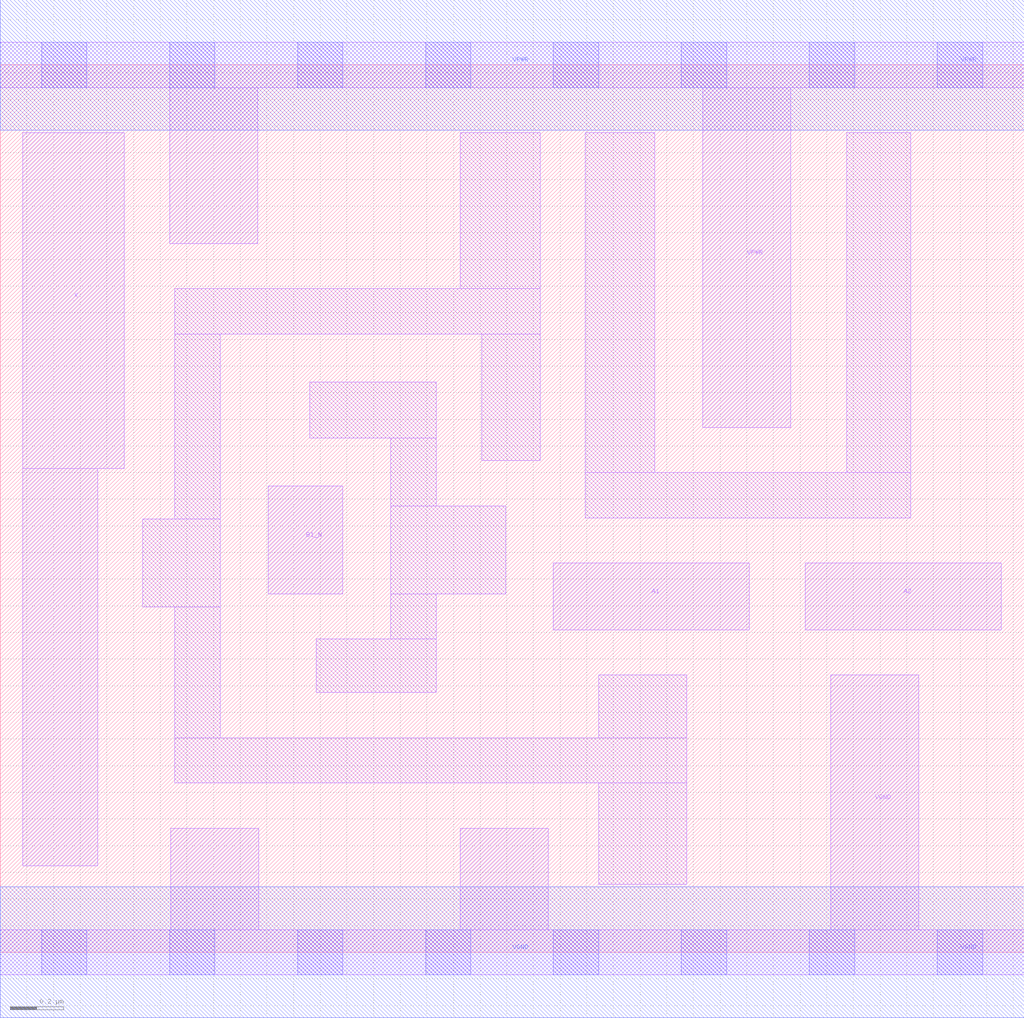
<source format=lef>
# Copyright 2020 The SkyWater PDK Authors
#
# Licensed under the Apache License, Version 2.0 (the "License");
# you may not use this file except in compliance with the License.
# You may obtain a copy of the License at
#
#     https://www.apache.org/licenses/LICENSE-2.0
#
# Unless required by applicable law or agreed to in writing, software
# distributed under the License is distributed on an "AS IS" BASIS,
# WITHOUT WARRANTIES OR CONDITIONS OF ANY KIND, either express or implied.
# See the License for the specific language governing permissions and
# limitations under the License.
#
# SPDX-License-Identifier: Apache-2.0

VERSION 5.7 ;
  NAMESCASESENSITIVE ON ;
  NOWIREEXTENSIONATPIN ON ;
  DIVIDERCHAR "/" ;
  BUSBITCHARS "[]" ;
UNITS
  DATABASE MICRONS 200 ;
END UNITS
MACRO sky130_fd_sc_lp__a21bo_1
  CLASS CORE ;
  SOURCE USER ;
  FOREIGN sky130_fd_sc_lp__a21bo_1 ;
  ORIGIN  0.000000  0.000000 ;
  SIZE  3.840000 BY  3.330000 ;
  SYMMETRY X Y R90 ;
  SITE unit ;
  PIN A1
    ANTENNAGATEAREA  0.315000 ;
    DIRECTION INPUT ;
    USE SIGNAL ;
    PORT
      LAYER li1 ;
        RECT 2.075000 1.210000 2.810000 1.460000 ;
    END
  END A1
  PIN A2
    ANTENNAGATEAREA  0.315000 ;
    DIRECTION INPUT ;
    USE SIGNAL ;
    PORT
      LAYER li1 ;
        RECT 3.020000 1.210000 3.755000 1.460000 ;
    END
  END A2
  PIN B1_N
    ANTENNAGATEAREA  0.126000 ;
    DIRECTION INPUT ;
    USE SIGNAL ;
    PORT
      LAYER li1 ;
        RECT 1.005000 1.345000 1.285000 1.750000 ;
    END
  END B1_N
  PIN X
    ANTENNADIFFAREA  0.556500 ;
    DIRECTION OUTPUT ;
    USE SIGNAL ;
    PORT
      LAYER li1 ;
        RECT 0.085000 0.325000 0.365000 1.815000 ;
        RECT 0.085000 1.815000 0.465000 3.075000 ;
    END
  END X
  PIN VGND
    DIRECTION INOUT ;
    USE GROUND ;
    PORT
      LAYER li1 ;
        RECT 0.000000 -0.085000 3.840000 0.085000 ;
        RECT 0.640000  0.085000 0.970000 0.465000 ;
        RECT 1.725000  0.085000 2.055000 0.465000 ;
        RECT 3.115000  0.085000 3.445000 1.040000 ;
      LAYER mcon ;
        RECT 0.155000 -0.085000 0.325000 0.085000 ;
        RECT 0.635000 -0.085000 0.805000 0.085000 ;
        RECT 1.115000 -0.085000 1.285000 0.085000 ;
        RECT 1.595000 -0.085000 1.765000 0.085000 ;
        RECT 2.075000 -0.085000 2.245000 0.085000 ;
        RECT 2.555000 -0.085000 2.725000 0.085000 ;
        RECT 3.035000 -0.085000 3.205000 0.085000 ;
        RECT 3.515000 -0.085000 3.685000 0.085000 ;
      LAYER met1 ;
        RECT 0.000000 -0.245000 3.840000 0.245000 ;
    END
  END VGND
  PIN VPWR
    DIRECTION INOUT ;
    USE POWER ;
    PORT
      LAYER li1 ;
        RECT 0.000000 3.245000 3.840000 3.415000 ;
        RECT 0.635000 2.660000 0.965000 3.245000 ;
        RECT 2.635000 1.970000 2.965000 3.245000 ;
      LAYER mcon ;
        RECT 0.155000 3.245000 0.325000 3.415000 ;
        RECT 0.635000 3.245000 0.805000 3.415000 ;
        RECT 1.115000 3.245000 1.285000 3.415000 ;
        RECT 1.595000 3.245000 1.765000 3.415000 ;
        RECT 2.075000 3.245000 2.245000 3.415000 ;
        RECT 2.555000 3.245000 2.725000 3.415000 ;
        RECT 3.035000 3.245000 3.205000 3.415000 ;
        RECT 3.515000 3.245000 3.685000 3.415000 ;
      LAYER met1 ;
        RECT 0.000000 3.085000 3.840000 3.575000 ;
    END
  END VPWR
  OBS
    LAYER li1 ;
      RECT 0.535000 1.295000 0.825000 1.625000 ;
      RECT 0.655000 0.635000 2.575000 0.805000 ;
      RECT 0.655000 0.805000 0.825000 1.295000 ;
      RECT 0.655000 1.625000 0.825000 2.320000 ;
      RECT 0.655000 2.320000 2.025000 2.490000 ;
      RECT 1.160000 1.930000 1.635000 2.140000 ;
      RECT 1.185000 0.975000 1.635000 1.175000 ;
      RECT 1.465000 1.175000 1.635000 1.345000 ;
      RECT 1.465000 1.345000 1.895000 1.675000 ;
      RECT 1.465000 1.675000 1.635000 1.930000 ;
      RECT 1.725000 2.490000 2.025000 3.075000 ;
      RECT 1.805000 1.845000 2.025000 2.320000 ;
      RECT 2.195000 1.630000 3.415000 1.800000 ;
      RECT 2.195000 1.800000 2.455000 3.075000 ;
      RECT 2.245000 0.255000 2.575000 0.635000 ;
      RECT 2.245000 0.805000 2.575000 1.040000 ;
      RECT 3.175000 1.800000 3.415000 3.075000 ;
  END
END sky130_fd_sc_lp__a21bo_1

</source>
